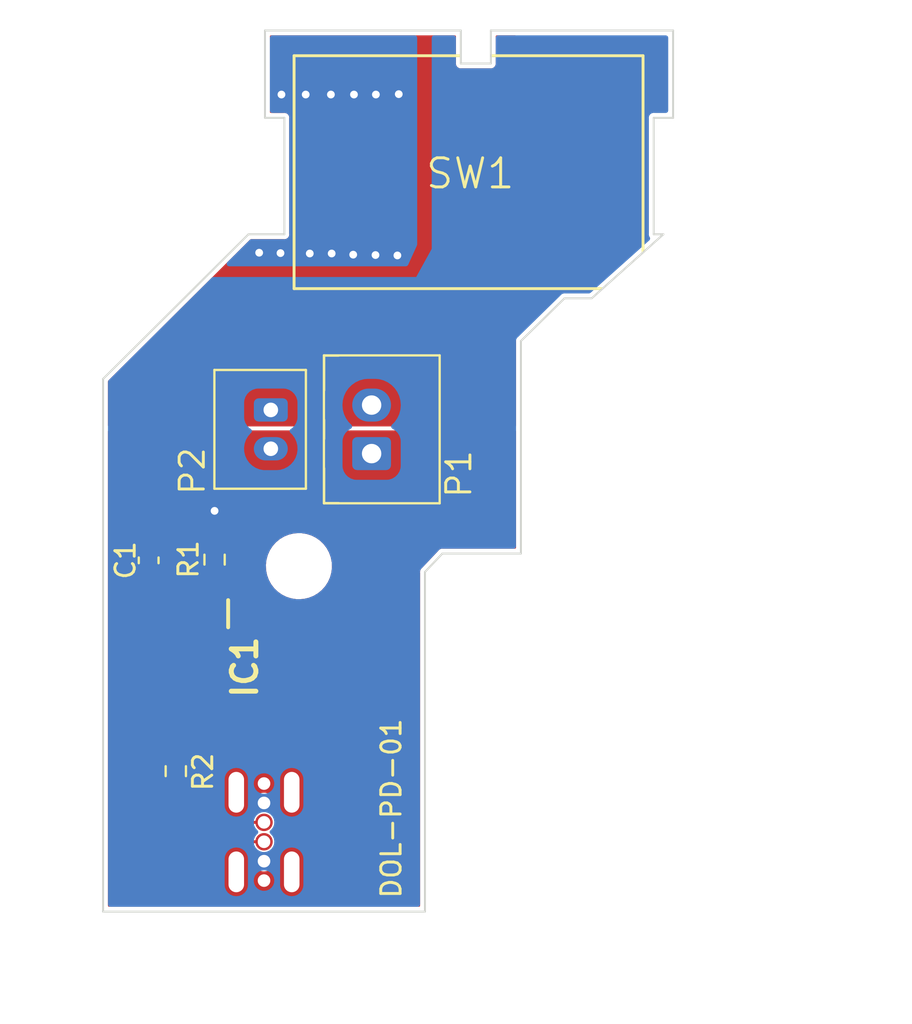
<source format=kicad_pcb>
(kicad_pcb (version 20221018) (generator pcbnew)
  (layers (0 "F.Cu" signal) (31 "B.Cu" signal) (34 "B.Paste" user) (35 "F.Paste" user) (36 "B.SilkS" user "B.Silkscreen") (37 "F.SilkS" user "F.Silkscreen") (38 "B.Mask" user) (39 "F.Mask" user) (44 "Edge.Cuts" user))
  (net 0 "")
  (net 1 "GND")
  (net 6 "/CC2 USB")
  (net 7 "/CC1 USB")
  (net 9 "/CFG3")
  (net 11 "VBUS")
  (net 12 "Net-(IC1-VDD)")
  (net 13 "/VBUS_SWITCHED")
  (footprint "CH224K:SOP100P600X180-11N" (layer "F.Cu") (at 159 114.7 -90)
    (fp_text reference "IC1" (at 0 -3.556 90) (layer "F.SilkS") (effects (font (size 1.27 1.27) (thickness 0.254))))
    (fp_text value "CH224K" hide)
    (fp_line (start -3.45 -2.7) (end -2.05 -2.7) (stroke (width 0.2)) (layer "F.SilkS"))
    (pad "1" smd rect (at -2.75 -2) (size 0.7 1.4) (layers "F.Cu" "F.Paste" "F.Mask") (net 12 "Net-(IC1-VDD)"))
    (pad "2" smd rect (at -2.75 -1) (size 0.7 1.4) (layers "F.Cu" "F.Paste" "F.Mask"))
    (pad "3" smd rect (at -2.75 0) (size 0.7 1.4) (layers "F.Cu" "F.Paste" "F.Mask"))
    (pad "4" smd rect (at -2.75 1) (size 0.7 1.4) (layers "F.Cu" "F.Paste" "F.Mask"))
    (pad "5" smd rect (at -2.75 2) (size 0.7 1.4) (layers "F.Cu" "F.Paste" "F.Mask"))
    (pad "6" smd rect (at 2.75 2) (size 0.7 1.4) (layers "F.Cu" "F.Paste" "F.Mask") (net 6 "/CC2 USB"))
    (pad "7" smd rect (at 2.75 1) (size 0.7 1.4) (layers "F.Cu" "F.Paste" "F.Mask") (net 7 "/CC1 USB"))
    (pad "8" smd rect (at 2.75 0) (size 0.7 1.4) (layers "F.Cu" "F.Paste" "F.Mask"))
    (pad "9" smd rect (at 2.75 -1) (size 0.7 1.4) (layers "F.Cu" "F.Paste" "F.Mask") (net 9 "/CFG3"))
    (pad "10" smd rect (at 2.75 -2) (size 0.7 1.4) (layers "F.Cu" "F.Paste" "F.Mask"))
    (pad "11" smd rect (at 0 0 270) (size 2.3 3.2) (layers "F.Cu" "F.Paste" "F.Mask") (net 1 "GND"))
  )
  (footprint "Connector_JST:JST_XH_B2B-XH-A_1x02_P2.50mm_Vertical" (layer "F.Cu") (at 169.1 103.7 90)
    (fp_text reference "P1" (at -1.05 4.5 90) (layer "F.SilkS") (effects (font (size 1.25 1.25))))
    (fp_text value "Power Socket" hide)
    (fp_line (start -2.56 -2.46) (end -2.56 3.51) (stroke (width 0.12)) (layer "F.SilkS"))
    (fp_line (start -2.56 3.51) (end 5.06 3.51) (stroke (width 0.12)) (layer "F.SilkS"))
    (fp_line (start -2.55 -2.45) (end -2.55 -1.7) (stroke (width 0.12)) (layer "F.SilkS"))
    (fp_line (start -0.75 -2.45) (end -2.55 -2.45) (stroke (width 0.12)) (layer "F.SilkS"))
    (fp_line (start 1.75 -2.45) (end 0.75 -2.45) (stroke (width 0.12)) (layer "F.SilkS"))
    (fp_line (start 5.05 -2.45) (end 3.25 -2.45) (stroke (width 0.12)) (layer "F.SilkS"))
    (fp_line (start 5.05 -1.7) (end 5.05 -2.45) (stroke (width 0.12)) (layer "F.SilkS"))
    (fp_line (start 5.06 -2.46) (end -2.56 -2.46) (stroke (width 0.12)) (layer "F.SilkS"))
    (fp_line (start 5.06 3.51) (end 5.06 -2.46) (stroke (width 0.12)) (layer "F.SilkS"))
    (pad "1" thru_hole roundrect (at 0 0 90) (size 1.7 2) (drill 1) (layers "*.Cu" "*.Mask") (roundrect_rratio 0.1470588235) (net 1 "GND"))
    (pad "2" thru_hole oval (at 2.5 0 90) (size 1.7 2) (drill 1) (layers "*.Cu" "*.Mask") (net 13 "/VBUS_SWITCHED"))
  )
  (footprint "MountingHole:MountingHole_3mm" (layer "F.Cu") (at 165.35 109.5)
    (fp_text reference "REF**" hide)
    (fp_text value "MountingHole_3mm" hide)
    (pad "" np_thru_hole circle (at 0 0) (size 3 3) (drill 3) (layers "F&B.Cu" "*.Mask"))
  )
  (footprint "Resistor_SMD:R_0603_1608Metric_Pad0.98x0.95mm_HandSolder" (layer "F.Cu") (at 159 120.0625 90)
    (fp_text reference "R2" (at -0.0375 1.4 270) (layer "F.SilkS"))
    (fp_text value "24KΩ" hide)
    (fp_line (start -0.254724 -0.5225) (end 0.254724 -0.5225) (stroke (width 0.12)) (layer "F.SilkS"))
    (fp_line (start -0.254724 0.5225) (end 0.254724 0.5225) (stroke (width 0.12)) (layer "F.SilkS"))
    (pad "1" smd roundrect (at -0.9125 0 90) (size 0.975 0.95) (layers "F.Cu" "F.Paste" "F.Mask") (net 1 "GND"))
    (pad "2" smd roundrect (at 0.9125 0 90) (size 0.975 0.95) (layers "F.Cu" "F.Paste" "F.Mask") (net 9 "/CFG3"))
  )
  (footprint "Connector_JST:JST_PH_B2B-PH-K_1x02_P2.00mm_Vertical" (layer "F.Cu") (at 163.9 101.45 -90)
    (fp_text reference "P2" (at 3.15 4.05 90) (layer "F.SilkS") (effects (font (size 1.25 1.25))))
    (fp_text value "Fan Socket" hide)
    (fp_line (start -2.06 -1.81) (end -2.06 2.91) (stroke (width 0.12)) (layer "F.SilkS"))
    (fp_line (start -2.06 2.91) (end 4.06 2.91) (stroke (width 0.12)) (layer "F.SilkS"))
    (fp_line (start 4.06 -1.81) (end -2.06 -1.81) (stroke (width 0.12)) (layer "F.SilkS"))
    (fp_line (start 4.06 2.91) (end 4.06 -1.81) (stroke (width 0.12)) (layer "F.SilkS"))
    (pad "1" thru_hole roundrect (at 0 0 270) (size 1.2 1.75) (drill 0.75) (layers "*.Cu" "*.Mask") (roundrect_rratio 0.2083333333) (net 13 "/VBUS_SWITCHED"))
    (pad "2" thru_hole oval (at 2 0 270) (size 1.2 1.75) (drill 0.75) (layers "*.Cu" "*.Mask") (net 1 "GND"))
  )
  (footprint "Capacitor_SMD:C_0603_1608Metric_Pad1.08x0.95mm_HandSolder" (layer "F.Cu") (at 157.6 109.2 90)
    (fp_text reference "C1" (at 0 -1.2 90) (layer "F.SilkS"))
    (fp_text value "1µF" hide)
    (fp_line (start -0.146267 -0.51) (end 0.146267 -0.51) (stroke (width 0.12)) (layer "F.SilkS"))
    (fp_line (start -0.146267 0.51) (end 0.146267 0.51) (stroke (width 0.12)) (layer "F.SilkS"))
    (pad "1" smd roundrect (at -0.8625 0 90) (size 1.075 0.95) (layers "F.Cu" "F.Paste" "F.Mask") (net 12 "Net-(IC1-VDD)"))
    (pad "2" smd roundrect (at 0.8625 0 90) (size 1.075 0.95) (layers "F.Cu" "F.Paste" "F.Mask") (net 1 "GND"))
  )
  (footprint "Resistor_SMD:R_0603_1608Metric_Pad0.98x0.95mm_HandSolder" (layer "F.Cu") (at 161 109.1625 -90)
    (fp_text reference "R1" (at -0.0125 1.35 90) (layer "F.SilkS"))
    (fp_text value "1KΩ" hide)
    (fp_line (start -0.254724 -0.5225) (end 0.254724 -0.5225) (stroke (width 0.12)) (layer "F.SilkS"))
    (fp_line (start -0.254724 0.5225) (end 0.254724 0.5225) (stroke (width 0.12)) (layer "F.SilkS"))
    (pad "1" smd roundrect (at -0.9125 0 270) (size 0.975 0.95) (layers "F.Cu" "F.Paste" "F.Mask") (net 11 "VBUS"))
    (pad "2" smd roundrect (at 0.9125 0 270) (size 0.975 0.95) (layers "F.Cu" "F.Paste" "F.Mask") (net 12 "Net-(IC1-VDD)"))
  )
  (footprint "918-518K2023D50000:USB-TYPE-C-TH_918-518K2023D5000X" (layer "F.Cu") (at 163.55 123.2)
    (fp_text reference "USB1" hide)
    (fp_text value "918-518K2023D50000" hide)
    (pad "7" thru_hole oval (at -1.43 -2.05) (size 1.2 2.6) (drill oval 0.8 2.1) (layers "*.Cu" "F.Mask") (remove_unused_layers) (zone_layer_connections "F.Cu") (net 1 "GND") (clearance 0.05))
    (pad "7" thru_hole oval (at -1.43 2.05) (size 1.2 2.6) (drill oval 0.8 2.1) (layers "*.Cu" "F.Mask") (remove_unused_layers) (zone_layer_connections "F.Cu") (net 1 "GND") (clearance 0.05))
    (pad "7" thru_hole oval (at 1.43 -2.05) (size 1.2 2.6) (drill oval 0.8 2.1) (layers "*.Cu" "F.Mask") (remove_unused_layers) (zone_layer_connections "F.Cu") (net 1 "GND") (clearance 0.05))
    (pad "7" thru_hole oval (at 1.43 2.05) (size 1.2 2.6) (drill oval 0.8 2.1) (layers "*.Cu" "F.Mask") (remove_unused_layers) (zone_layer_connections "F.Cu") (net 1 "GND") (clearance 0.05))
    (pad "A5" thru_hole circle (at 0 0.5) (size 0.9 0.9) (drill 0.65) (layers "*.Cu" "F.Mask") (remove_unused_layers) (net 7 "/CC1 USB") (clearance 0.02))
    (pad "A9" thru_hole circle (at 0 -1.5) (size 0.9 0.9) (drill 0.65) (layers "*.Cu" "*.Mask") (remove_unused_layers) (zone_layer_connections "B.Cu") (net 11 "VBUS") (clearance 0.02))
    (pad "A12" thru_hole circle (at 0 -2.5) (size 0.9 0.9) (drill 0.65) (layers "*.Cu" "F.Mask") (remove_unused_layers) (zone_layer_connections "F.Cu") (net 1 "GND") (clearance 0.02))
    (pad "B5" thru_hole circle (at 0 -0.5) (size 0.9 0.9) (drill 0.65) (layers "*.Cu" "F.Mask") (remove_unused_layers) (net 6 "/CC2 USB") (clearance 0.02))
    (pad "B9" thru_hole circle (at 0 1.5) (size 0.9 0.9) (drill 0.65) (layers "*.Cu" "*.Mask") (remove_unused_layers) (zone_layer_connections "B.Cu") (net 11 "VBUS") (clearance 0.02))
    (pad "B12" thru_hole circle (at 0 2.5) (size 0.9 0.9) (drill 0.65) (layers "*.Cu" "F.Mask") (remove_unused_layers) (zone_layer_connections "F.Cu") (net 1 "GND") (clearance 0.02))
  )
  (footprint "Connector_Wire:SolderWirePad_1x01_SMD_5x10mm" (layer "B.Cu") (at 167.85 89.4 180)
    (fp_text reference "TP2" hide)
    (fp_text value "Power Switch Out")
    (pad "1" smd rect (at 0 0 180) (size 6 6) (layers "B.Cu" "B.Paste" "B.Mask") (net 13 "/VBUS_SWITCHED"))
  )
  (footprint "Connector_Wire:SolderWirePad_1x01_SMD_5x10mm" (layer "B.Cu") (at 180.4 89.4 180)
    (fp_text reference "TP1" hide)
    (fp_text value "Power Switch In")
    (pad "1" smd rect (at 0 0 180) (size 6 6) (layers "B.Cu" "B.Paste" "B.Mask") (net 11 "VBUS"))
  )
  (gr_line (start 165.1 83.2) (end 173.65 83.2) (stroke (width 0.15)) (layer "F.SilkS"))
  (gr_line (start 175.3 83.2) (end 183.1 83.2) (stroke (width 0.15)) (layer "F.SilkS"))
  (gr_line (start 165.1 95.2) (end 165.1 83.2) (stroke (width 0.15)) (layer "F.SilkS"))
  (gr_line (start 180.95 95.2) (end 165.1 95.2) (stroke (width 0.15)) (layer "F.SilkS"))
  (gr_line (start 183.1 83.2) (end 183.1 93.3) (stroke (width 0.15)) (layer "F.SilkS"))
  (gr_line (start 173.7 83.6) (end 173.7 81.9) (stroke (width 0.1)) (layer "Edge.Cuts"))
  (gr_line (start 164.6 86.4) (end 163.6 86.4) (stroke (width 0.1)) (layer "Edge.Cuts"))
  (gr_line (start 162.75 92.4) (end 155.25 99.85) (stroke (width 0.1)) (layer "Edge.Cuts"))
  (gr_line (start 176.8 97.9) (end 179.05 95.7) (stroke (width 0.1)) (layer "Edge.Cuts"))
  (gr_line (start 173.7 81.9) (end 163.6 81.9) (stroke (width 0.1)) (layer "Edge.Cuts"))
  (gr_line (start 175.25 83.6) (end 173.7 83.6) (stroke (width 0.1)) (layer "Edge.Cuts"))
  (gr_line (start 164.6 86.4) (end 164.6 92.4) (stroke (width 0.1)) (layer "Edge.Cuts"))
  (gr_line (start 171.85 127.3) (end 171.85 109.8) (stroke (width 0.1)) (layer "Edge.Cuts"))
  (gr_line (start 184.65 81.9) (end 184.65 86.4) (stroke (width 0.1)) (layer "Edge.Cuts"))
  (gr_line (start 163.6 81.9) (end 163.6 86.4) (stroke (width 0.1)) (layer "Edge.Cuts"))
  (gr_line (start 164.6 92.4) (end 162.75 92.4) (stroke (width 0.1)) (layer "Edge.Cuts"))
  (gr_line (start 155.25 127.3) (end 171.85 127.3) (stroke (width 0.1)) (layer "Edge.Cuts"))
  (gr_line (start 180.45 95.7) (end 184.15 92.4) (stroke (width 0.1)) (layer "Edge.Cuts"))
  (gr_line (start 171.85 109.8) (end 172.75 108.85) (stroke (width 0.1)) (layer "Edge.Cuts"))
  (gr_line (start 184.65 86.4) (end 183.65 86.4) (stroke (width 0.1)) (layer "Edge.Cuts"))
  (gr_line (start 155.25 127.3) (end 155.25 99.85) (stroke (width 0.1)) (layer "Edge.Cuts"))
  (gr_line (start 179.05 95.7) (end 180.45 95.7) (stroke (width 0.1)) (layer "Edge.Cuts"))
  (gr_line (start 183.65 86.4) (end 183.65 92.4) (stroke (width 0.1)) (layer "Edge.Cuts"))
  (gr_line (start 183.65 92.4) (end 184.15 92.4) (stroke (width 0.1)) (layer "Edge.Cuts"))
  (gr_line (start 184.65 81.9) (end 175.25 81.9) (stroke (width 0.1)) (layer "Edge.Cuts"))
  (gr_line (start 176.8 108.85) (end 176.8 97.9) (stroke (width 0.1)) (layer "Edge.Cuts"))
  (gr_line (start 175.25 81.9) (end 175.25 83.6) (stroke (width 0.1)) (layer "Edge.Cuts"))
  (gr_line (start 172.75 108.85) (end 176.8 108.85) (stroke (width 0.1)) (layer "Edge.Cuts"))
  (gr_text "DOL-PD-01" (at 170.7 126.7 90) (layer "F.SilkS") (effects (font (size 1 1)) (justify left bottom)))
  (gr_text "SW1" (at 171.8 90.15) (layer "F.SilkS") (effects (font (size 1.5 1.5)) (justify left bottom)))
  (segment (start 162.25 123.15) (end 162.7 122.7) (width 0.15) (layer "F.Cu") (net 6))
  (segment (start 158.2 123.15) (end 162.25 123.15) (width 0.15) (layer "F.Cu") (net 6))
  (segment (start 157 117.45) (end 157 121.95) (width 0.15) (layer "F.Cu") (net 6))
  (segment (start 162.7 122.7) (end 163.55 122.7) (width 0.15) (layer "F.Cu") (net 6))
  (segment (start 157 121.95) (end 158.2 123.15) (width 0.15) (layer "F.Cu") (net 6))
  (segment (start 162.25 123.5) (end 158.055026 123.5) (width 0.15) (layer "F.Cu") (net 7))
  (segment (start 156.65 118.7) (end 156.05 118.1) (width 0.15) (layer "F.Cu") (net 7))
  (segment (start 162.45 123.7) (end 162.25 123.5) (width 0.15) (layer "F.Cu") (net 7))
  (segment (start 156.05 118.1) (end 156.05 116.8) (width 0.15) (layer "F.Cu") (net 7))
  (segment (start 158 116.6) (end 158 117.45) (width 0.15) (layer "F.Cu") (net 7))
  (segment (start 156.65 122.094974) (end 156.65 118.7) (width 0.15) (layer "F.Cu") (net 7))
  (segment (start 158.055026 123.5) (end 156.65 122.094974) (width 0.15) (layer "F.Cu") (net 7))
  (segment (start 163.55 123.7) (end 162.45 123.7) (width 0.15) (layer "F.Cu") (net 7))
  (segment (start 157.7 116.3) (end 158 116.6) (width 0.15) (layer "F.Cu") (net 7))
  (segment (start 156.05 116.8) (end 156.55 116.3) (width 0.15) (layer "F.Cu") (net 7))
  (segment (start 156.55 116.3) (end 157.7 116.3) (width 0.15) (layer "F.Cu") (net 7))
  (segment (start 159 119.15) (end 160 118.15) (width 0.25) (layer "F.Cu") (net 9))
  (segment (start 160 118.15) (end 160 117.45) (width 0.25) (layer "F.Cu") (net 9))
  (segment (start 161 106.65) (end 161 108.25) (width 0.5) (layer "F.Cu") (net 11))
  (via (at 161 106.65) (size 0.8) (drill 0.4) (layers "F.Cu" "B.Cu") (net 11))
  (segment (start 161 110.075) (end 161 111.95) (width 0.5) (layer "F.Cu") (net 12))
  (segment (start 157.6125 110.075) (end 157.6 110.0625) (width 0.25) (layer "F.Cu") (net 12))
  (segment (start 161 110.075) (end 157.6125 110.075) (width 0.5) (layer "F.Cu") (net 12))
  (via (at 167.04 93.39) (size 0.8) (drill 0.4) (layers "F.Cu" "B.Cu") (net 13))
  (via (at 170.43 93.49) (size 0.8) (drill 0.4) (layers "F.Cu" "B.Cu") (net 13))
  (via (at 167 85.2) (size 0.8) (drill 0.4) (layers "F.Cu" "B.Cu") (net 13))
  (via (at 164.4 93.37) (size 0.8) (drill 0.4) (layers "F.Cu" "B.Cu") (net 13))
  (via (at 169.3 93.47) (size 0.8) (drill 0.4) (layers "F.Cu" "B.Cu") (net 13))
  (via (at 168.19 85.2) (size 0.8) (drill 0.4) (layers "F.Cu" "B.Cu") (net 13))
  (via (at 165.91 93.39) (size 0.8) (drill 0.4) (layers "F.Cu" "B.Cu") (net 13))
  (via (at 163.3 93.35) (size 0.8) (drill 0.4) (layers "F.Cu" "B.Cu") (net 13))
  (via (at 170.5 85.18) (size 0.8) (drill 0.4) (layers "F.Cu" "B.Cu") (net 13))
  (via (at 164.45 85.2) (size 0.8) (drill 0.4) (layers "F.Cu" "B.Cu") (net 13))
  (via (at 168.15 93.45) (size 0.8) (drill 0.4) (layers "F.Cu" "B.Cu") (net 13))
  (via (at 165.7 85.2) (size 0.8) (drill 0.4) (layers "F.Cu" "B.Cu") (net 13))
  (via (at 169.32 85.2) (size 0.8) (drill 0.4) (layers "F.Cu" "B.Cu") (net 13))
  (zone (net 1) (net_name "GND") (layer "F.Cu") (connect_pads yes (clearance 0.2)) (min_thickness 0.1) (fill yes (thermal_gap 0.5) (thermal_bridge_width 0.5))
    (polygon (pts (xy 177.3 102.434) (xy 154.186 102.434) (xy 154.186 128.85) (xy 177.3 128.85)))
  )
  (zone (net 13) (net_name "/VBUS_SWITCHED") (layer "F.Cu") (priority 1) (connect_pads yes (clearance 0.2)) (min_thickness 0.1) (fill yes (thermal_gap 0.5) (thermal_bridge_width 0.5))
    (polygon (pts (xy 154.198 102.3) (xy 176.55 102.3) (xy 176.55 80.329) (xy 154.198 80.329)))
  )
  (zone (net 13) (net_name "/VBUS_SWITCHED") (layer "B.Cu") (priority 4) (connect_pads yes (clearance 0.5)) (min_thickness 0.25) (fill yes (thermal_gap 0.5) (thermal_bridge_width 0.5))
    (polygon (pts (xy 171.45 81.45) (xy 171.45 92.95) (xy 170.95 94.05) (xy 160.75 94.05) (xy 160.75 81.45)))
  )
  (zone (net 11) (net_name "VBUS") (layer "B.Cu") (priority 5) (connect_pads yes (clearance 0.5)) (min_thickness 0.25) (fill yes (thermal_gap 0.5) (thermal_bridge_width 0.5))
    (polygon (pts (xy 172.2 81.45) (xy 172.2 93.15) (xy 171.4 94.6) (xy 154.45 94.6) (xy 154.5 129.85) (xy 173.95 129.85) (xy 173.9 109.85) (xy 178.5 109.8) (xy 178.5 98.7) (xy 185.9 92.55) (xy 185.9 81.45)))
  )
)
</source>
